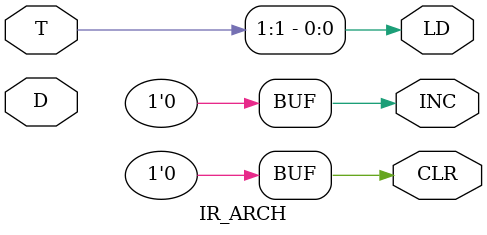
<source format=v>
`timescale 1ns / 1ps


module IR_ARCH(LD, CLR, INC, T, D);
 input [7:0]  T;
 input [7:0] D;
 output LD, CLR, INC;
 assign LD = T[1];
 assign CLR =0;
 assign INC =0;
endmodule

</source>
